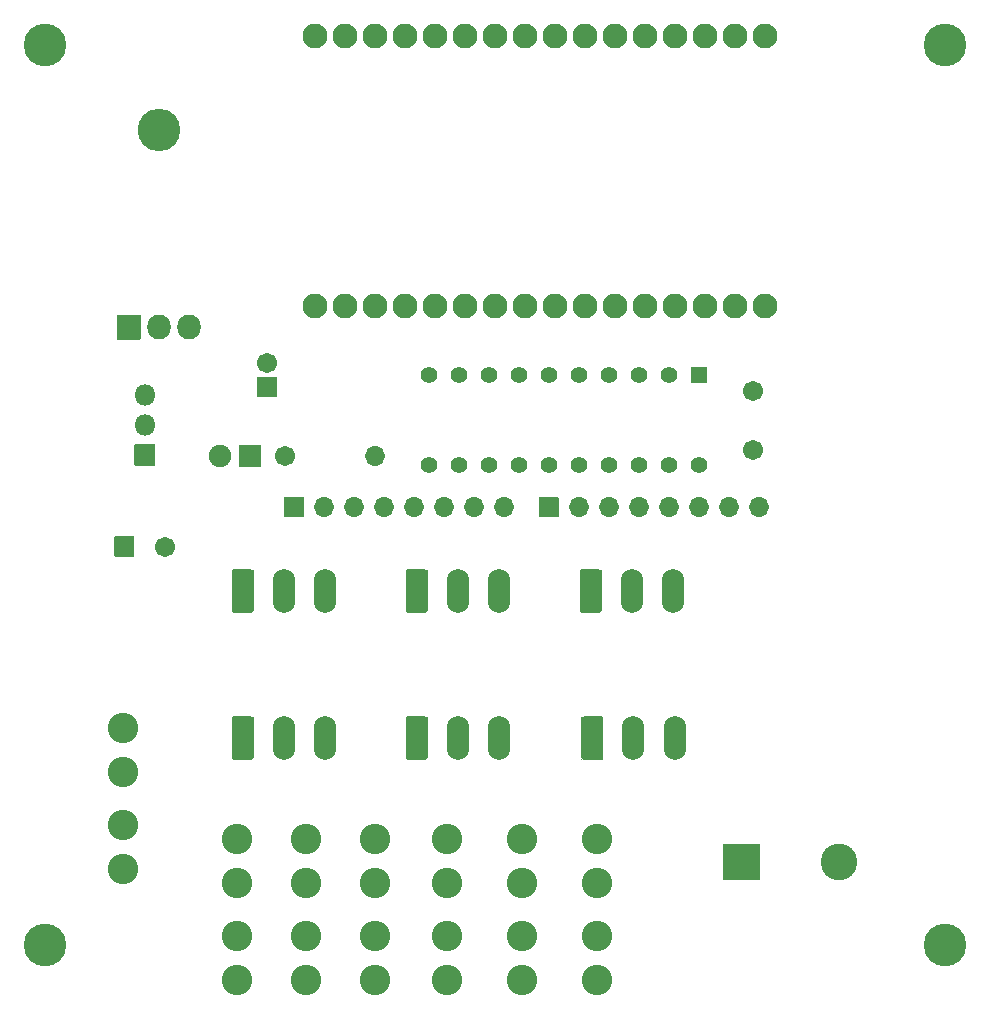
<source format=gbr>
G04 #@! TF.GenerationSoftware,KiCad,Pcbnew,(5.1.10)-1*
G04 #@! TF.CreationDate,2021-09-11T19:39:03-04:00*
G04 #@! TF.ProjectId,LoLin_Pro_Controller,4c6f4c69-6e5f-4507-926f-5f436f6e7472,v1*
G04 #@! TF.SameCoordinates,Original*
G04 #@! TF.FileFunction,Soldermask,Top*
G04 #@! TF.FilePolarity,Negative*
%FSLAX46Y46*%
G04 Gerber Fmt 4.6, Leading zero omitted, Abs format (unit mm)*
G04 Created by KiCad (PCBNEW (5.1.10)-1) date 2021-09-11 19:39:03*
%MOMM*%
%LPD*%
G01*
G04 APERTURE LIST*
%ADD10C,2.102000*%
%ADD11C,1.397400*%
%ADD12C,3.102000*%
%ADD13O,1.802000X1.802000*%
%ADD14O,2.007000X2.102000*%
%ADD15O,3.602000X3.602000*%
%ADD16O,1.902000X3.702000*%
%ADD17O,1.702000X1.702000*%
%ADD18C,1.702000*%
%ADD19C,1.902000*%
%ADD20C,3.602000*%
%ADD21C,2.577000*%
%ADD22C,0.100000*%
G04 APERTURE END LIST*
D10*
X142720000Y-50550000D03*
X145260000Y-50550000D03*
X147800000Y-50550000D03*
X150340000Y-50550000D03*
X152880000Y-50550000D03*
X155420000Y-50550000D03*
X157960000Y-50550000D03*
X160500000Y-50550000D03*
X163040000Y-50550000D03*
X165580000Y-50550000D03*
X168120000Y-50550000D03*
X170660000Y-50550000D03*
X173200000Y-50550000D03*
X175740000Y-50550000D03*
X178280000Y-50550000D03*
X180820000Y-50550000D03*
X142720000Y-73410000D03*
X145260000Y-73410000D03*
X147800000Y-73410000D03*
X150340000Y-73410000D03*
X152880000Y-73410000D03*
X155420000Y-73410000D03*
X157960000Y-73410000D03*
X160500000Y-73410000D03*
X163040000Y-73410000D03*
X165580000Y-73410000D03*
X168120000Y-73410000D03*
X170660000Y-73410000D03*
X173200000Y-73410000D03*
X175740000Y-73410000D03*
X178280000Y-73410000D03*
X180820000Y-73410000D03*
D11*
X175256000Y-86868000D03*
X172716000Y-86868000D03*
X170176000Y-86868000D03*
X167636000Y-86868000D03*
X165096000Y-86868000D03*
X162556000Y-86868000D03*
X160016000Y-86868000D03*
X157476000Y-86868000D03*
X154936000Y-86868000D03*
X152396000Y-86868000D03*
X152396000Y-79248000D03*
X154936000Y-79248000D03*
X157476000Y-79248000D03*
X160016000Y-79248000D03*
X162556000Y-79248000D03*
X165096000Y-79248000D03*
X167636000Y-79248000D03*
X170176000Y-79248000D03*
X172716000Y-79248000D03*
G36*
G01*
X174608299Y-78549300D02*
X175903701Y-78549300D01*
G75*
G02*
X175954700Y-78600299I0J-50999D01*
G01*
X175954700Y-79895701D01*
G75*
G02*
X175903701Y-79946700I-50999J0D01*
G01*
X174608299Y-79946700D01*
G75*
G02*
X174557300Y-79895701I0J50999D01*
G01*
X174557300Y-78600299D01*
G75*
G02*
X174608299Y-78549300I50999J0D01*
G01*
G37*
G36*
G01*
X177301040Y-121963800D02*
X177301040Y-118963800D01*
G75*
G02*
X177352040Y-118912800I51000J0D01*
G01*
X180352040Y-118912800D01*
G75*
G02*
X180403040Y-118963800I0J-51000D01*
G01*
X180403040Y-121963800D01*
G75*
G02*
X180352040Y-122014800I-51000J0D01*
G01*
X177352040Y-122014800D01*
G75*
G02*
X177301040Y-121963800I0J51000D01*
G01*
G37*
D12*
X187101960Y-120463800D03*
D13*
X128350000Y-80920000D03*
X128350000Y-83460000D03*
G36*
G01*
X129251000Y-85150000D02*
X129251000Y-86850000D01*
G75*
G02*
X129200000Y-86901000I-51000J0D01*
G01*
X127500000Y-86901000D01*
G75*
G02*
X127449000Y-86850000I0J51000D01*
G01*
X127449000Y-85150000D01*
G75*
G02*
X127500000Y-85099000I51000J0D01*
G01*
X129200000Y-85099000D01*
G75*
G02*
X129251000Y-85150000I0J-51000D01*
G01*
G37*
D14*
X132076000Y-75184000D03*
X129536000Y-75184000D03*
G36*
G01*
X125992500Y-76184000D02*
X125992500Y-74184000D01*
G75*
G02*
X126043500Y-74133000I51000J0D01*
G01*
X127948500Y-74133000D01*
G75*
G02*
X127999500Y-74184000I0J-51000D01*
G01*
X127999500Y-76184000D01*
G75*
G02*
X127948500Y-76235000I-51000J0D01*
G01*
X126043500Y-76235000D01*
G75*
G02*
X125992500Y-76184000I0J51000D01*
G01*
G37*
D15*
X129536000Y-58524000D03*
D16*
X173112000Y-97536000D03*
X169612000Y-97536000D03*
G36*
G01*
X165161000Y-99122834D02*
X165161000Y-95949166D01*
G75*
G02*
X165425166Y-95685000I264166J0D01*
G01*
X166798834Y-95685000D01*
G75*
G02*
X167063000Y-95949166I0J-264166D01*
G01*
X167063000Y-99122834D01*
G75*
G02*
X166798834Y-99387000I-264166J0D01*
G01*
X165425166Y-99387000D01*
G75*
G02*
X165161000Y-99122834I0J264166D01*
G01*
G37*
X173224000Y-109982000D03*
X169724000Y-109982000D03*
G36*
G01*
X165273000Y-111568834D02*
X165273000Y-108395166D01*
G75*
G02*
X165537166Y-108131000I264166J0D01*
G01*
X166910834Y-108131000D01*
G75*
G02*
X167175000Y-108395166I0J-264166D01*
G01*
X167175000Y-111568834D01*
G75*
G02*
X166910834Y-111833000I-264166J0D01*
G01*
X165537166Y-111833000D01*
G75*
G02*
X165273000Y-111568834I0J264166D01*
G01*
G37*
D17*
X147824000Y-86106000D03*
D18*
X140204000Y-86106000D03*
D19*
X134710000Y-86106000D03*
G36*
G01*
X138201000Y-85206000D02*
X138201000Y-87006000D01*
G75*
G02*
X138150000Y-87057000I-51000J0D01*
G01*
X136350000Y-87057000D01*
G75*
G02*
X136299000Y-87006000I0J51000D01*
G01*
X136299000Y-85206000D01*
G75*
G02*
X136350000Y-85155000I51000J0D01*
G01*
X138150000Y-85155000D01*
G75*
G02*
X138201000Y-85206000I0J-51000D01*
G01*
G37*
D17*
X180330000Y-90424000D03*
X177790000Y-90424000D03*
X175250000Y-90424000D03*
X172710000Y-90424000D03*
X170170000Y-90424000D03*
X167630000Y-90424000D03*
X165090000Y-90424000D03*
G36*
G01*
X161699000Y-91224000D02*
X161699000Y-89624000D01*
G75*
G02*
X161750000Y-89573000I51000J0D01*
G01*
X163350000Y-89573000D01*
G75*
G02*
X163401000Y-89624000I0J-51000D01*
G01*
X163401000Y-91224000D01*
G75*
G02*
X163350000Y-91275000I-51000J0D01*
G01*
X161750000Y-91275000D01*
G75*
G02*
X161699000Y-91224000I0J51000D01*
G01*
G37*
X158746000Y-90424000D03*
X156206000Y-90424000D03*
X153666000Y-90424000D03*
X151126000Y-90424000D03*
X148586000Y-90424000D03*
X146046000Y-90424000D03*
X143506000Y-90424000D03*
G36*
G01*
X140115000Y-91224000D02*
X140115000Y-89624000D01*
G75*
G02*
X140166000Y-89573000I51000J0D01*
G01*
X141766000Y-89573000D01*
G75*
G02*
X141817000Y-89624000I0J-51000D01*
G01*
X141817000Y-91224000D01*
G75*
G02*
X141766000Y-91275000I-51000J0D01*
G01*
X140166000Y-91275000D01*
G75*
G02*
X140115000Y-91224000I0J51000D01*
G01*
G37*
D18*
X179828000Y-80598000D03*
X179828000Y-85598000D03*
D20*
X119888000Y-51308000D03*
X119888000Y-127508000D03*
X196088000Y-51308000D03*
X196088000Y-127508000D03*
D18*
X130100000Y-93750000D03*
G36*
G01*
X125749000Y-94550000D02*
X125749000Y-92950000D01*
G75*
G02*
X125800000Y-92899000I51000J0D01*
G01*
X127400000Y-92899000D01*
G75*
G02*
X127451000Y-92950000I0J-51000D01*
G01*
X127451000Y-94550000D01*
G75*
G02*
X127400000Y-94601000I-51000J0D01*
G01*
X125800000Y-94601000D01*
G75*
G02*
X125749000Y-94550000I0J51000D01*
G01*
G37*
D21*
X126488000Y-109112000D03*
X126488000Y-121012000D03*
X126488000Y-112812000D03*
X126488000Y-117312000D03*
D16*
X143648000Y-109982000D03*
X140148000Y-109982000D03*
G36*
G01*
X135697000Y-111568834D02*
X135697000Y-108395166D01*
G75*
G02*
X135961166Y-108131000I264166J0D01*
G01*
X137334834Y-108131000D01*
G75*
G02*
X137599000Y-108395166I0J-264166D01*
G01*
X137599000Y-111568834D01*
G75*
G02*
X137334834Y-111833000I-264166J0D01*
G01*
X135961166Y-111833000D01*
G75*
G02*
X135697000Y-111568834I0J264166D01*
G01*
G37*
D21*
X136140000Y-118510000D03*
X136140000Y-130410000D03*
X136140000Y-122210000D03*
X136140000Y-126710000D03*
X166620000Y-118510000D03*
X166620000Y-130410000D03*
X166620000Y-122210000D03*
X166620000Y-126710000D03*
X160270000Y-118510000D03*
X160270000Y-130410000D03*
X160270000Y-122210000D03*
X160270000Y-126710000D03*
X153920000Y-118510000D03*
X153920000Y-130410000D03*
X153920000Y-122210000D03*
X153920000Y-126710000D03*
X147824000Y-118510000D03*
X147824000Y-130410000D03*
X147824000Y-122210000D03*
X147824000Y-126710000D03*
X141982000Y-118510000D03*
X141982000Y-130410000D03*
X141982000Y-122210000D03*
X141982000Y-126710000D03*
D16*
X158380000Y-109982000D03*
X154880000Y-109982000D03*
G36*
G01*
X150429000Y-111568834D02*
X150429000Y-108395166D01*
G75*
G02*
X150693166Y-108131000I264166J0D01*
G01*
X152066834Y-108131000D01*
G75*
G02*
X152331000Y-108395166I0J-264166D01*
G01*
X152331000Y-111568834D01*
G75*
G02*
X152066834Y-111833000I-264166J0D01*
G01*
X150693166Y-111833000D01*
G75*
G02*
X150429000Y-111568834I0J264166D01*
G01*
G37*
X158380000Y-97536000D03*
X154880000Y-97536000D03*
G36*
G01*
X150429000Y-99122834D02*
X150429000Y-95949166D01*
G75*
G02*
X150693166Y-95685000I264166J0D01*
G01*
X152066834Y-95685000D01*
G75*
G02*
X152331000Y-95949166I0J-264166D01*
G01*
X152331000Y-99122834D01*
G75*
G02*
X152066834Y-99387000I-264166J0D01*
G01*
X150693166Y-99387000D01*
G75*
G02*
X150429000Y-99122834I0J264166D01*
G01*
G37*
X143648000Y-97536000D03*
X140148000Y-97536000D03*
G36*
G01*
X135697000Y-99122834D02*
X135697000Y-95949166D01*
G75*
G02*
X135961166Y-95685000I264166J0D01*
G01*
X137334834Y-95685000D01*
G75*
G02*
X137599000Y-95949166I0J-264166D01*
G01*
X137599000Y-99122834D01*
G75*
G02*
X137334834Y-99387000I-264166J0D01*
G01*
X135961166Y-99387000D01*
G75*
G02*
X135697000Y-99122834I0J264166D01*
G01*
G37*
D18*
X138680000Y-78232000D03*
G36*
G01*
X139480000Y-81083000D02*
X137880000Y-81083000D01*
G75*
G02*
X137829000Y-81032000I0J51000D01*
G01*
X137829000Y-79432000D01*
G75*
G02*
X137880000Y-79381000I51000J0D01*
G01*
X139480000Y-79381000D01*
G75*
G02*
X139531000Y-79432000I0J-51000D01*
G01*
X139531000Y-81032000D01*
G75*
G02*
X139480000Y-81083000I-51000J0D01*
G01*
G37*
D22*
G36*
X165274990Y-111568638D02*
G01*
X165280046Y-111619975D01*
X165294965Y-111669157D01*
X165319191Y-111714481D01*
X165351793Y-111754207D01*
X165391519Y-111786809D01*
X165436843Y-111811035D01*
X165486025Y-111825954D01*
X165537362Y-111831010D01*
X165538988Y-111832175D01*
X165538792Y-111834165D01*
X165537166Y-111835000D01*
X165453029Y-111835000D01*
X165452833Y-111834990D01*
X165412889Y-111831056D01*
X165412504Y-111830980D01*
X165379995Y-111821119D01*
X165379633Y-111820969D01*
X165349675Y-111804955D01*
X165349349Y-111804737D01*
X165323090Y-111783187D01*
X165322813Y-111782910D01*
X165301263Y-111756651D01*
X165301045Y-111756325D01*
X165285031Y-111726367D01*
X165284881Y-111726005D01*
X165275020Y-111693496D01*
X165274944Y-111693111D01*
X165271010Y-111653167D01*
X165271000Y-111652971D01*
X165271000Y-111568834D01*
X165272000Y-111567102D01*
X165274000Y-111567102D01*
X165274990Y-111568638D01*
G37*
G36*
X150430990Y-111568638D02*
G01*
X150436046Y-111619975D01*
X150450965Y-111669157D01*
X150475191Y-111714481D01*
X150507793Y-111754207D01*
X150547519Y-111786809D01*
X150592843Y-111811035D01*
X150642025Y-111825954D01*
X150693362Y-111831010D01*
X150694988Y-111832175D01*
X150694792Y-111834165D01*
X150693166Y-111835000D01*
X150609029Y-111835000D01*
X150608833Y-111834990D01*
X150568889Y-111831056D01*
X150568504Y-111830980D01*
X150535995Y-111821119D01*
X150535633Y-111820969D01*
X150505675Y-111804955D01*
X150505349Y-111804737D01*
X150479090Y-111783187D01*
X150478813Y-111782910D01*
X150457263Y-111756651D01*
X150457045Y-111756325D01*
X150441031Y-111726367D01*
X150440881Y-111726005D01*
X150431020Y-111693496D01*
X150430944Y-111693111D01*
X150427010Y-111653167D01*
X150427000Y-111652971D01*
X150427000Y-111568834D01*
X150428000Y-111567102D01*
X150430000Y-111567102D01*
X150430990Y-111568638D01*
G37*
G36*
X167176165Y-111567208D02*
G01*
X167177000Y-111568834D01*
X167177000Y-111652971D01*
X167176990Y-111653167D01*
X167173056Y-111693111D01*
X167172980Y-111693496D01*
X167163119Y-111726005D01*
X167162969Y-111726367D01*
X167146955Y-111756325D01*
X167146737Y-111756651D01*
X167125187Y-111782910D01*
X167124910Y-111783187D01*
X167098651Y-111804737D01*
X167098325Y-111804955D01*
X167068367Y-111820969D01*
X167068005Y-111821119D01*
X167035496Y-111830980D01*
X167035111Y-111831056D01*
X166995167Y-111834990D01*
X166994971Y-111835000D01*
X166910834Y-111835000D01*
X166909102Y-111834000D01*
X166909102Y-111832000D01*
X166910638Y-111831010D01*
X166961975Y-111825954D01*
X167011157Y-111811035D01*
X167056481Y-111786809D01*
X167096207Y-111754207D01*
X167128809Y-111714481D01*
X167153035Y-111669157D01*
X167167954Y-111619975D01*
X167173010Y-111568638D01*
X167174175Y-111567012D01*
X167176165Y-111567208D01*
G37*
G36*
X137600165Y-111567208D02*
G01*
X137601000Y-111568834D01*
X137601000Y-111652971D01*
X137600990Y-111653167D01*
X137597056Y-111693111D01*
X137596980Y-111693496D01*
X137587119Y-111726005D01*
X137586969Y-111726367D01*
X137570955Y-111756325D01*
X137570737Y-111756651D01*
X137549187Y-111782910D01*
X137548910Y-111783187D01*
X137522651Y-111804737D01*
X137522325Y-111804955D01*
X137492367Y-111820969D01*
X137492005Y-111821119D01*
X137459496Y-111830980D01*
X137459111Y-111831056D01*
X137419167Y-111834990D01*
X137418971Y-111835000D01*
X137334834Y-111835000D01*
X137333102Y-111834000D01*
X137333102Y-111832000D01*
X137334638Y-111831010D01*
X137385975Y-111825954D01*
X137435157Y-111811035D01*
X137480481Y-111786809D01*
X137520207Y-111754207D01*
X137552809Y-111714481D01*
X137577035Y-111669157D01*
X137591954Y-111619975D01*
X137597010Y-111568638D01*
X137598175Y-111567012D01*
X137600165Y-111567208D01*
G37*
G36*
X152332165Y-111567208D02*
G01*
X152333000Y-111568834D01*
X152333000Y-111652971D01*
X152332990Y-111653167D01*
X152329056Y-111693111D01*
X152328980Y-111693496D01*
X152319119Y-111726005D01*
X152318969Y-111726367D01*
X152302955Y-111756325D01*
X152302737Y-111756651D01*
X152281187Y-111782910D01*
X152280910Y-111783187D01*
X152254651Y-111804737D01*
X152254325Y-111804955D01*
X152224367Y-111820969D01*
X152224005Y-111821119D01*
X152191496Y-111830980D01*
X152191111Y-111831056D01*
X152151167Y-111834990D01*
X152150971Y-111835000D01*
X152066834Y-111835000D01*
X152065102Y-111834000D01*
X152065102Y-111832000D01*
X152066638Y-111831010D01*
X152117975Y-111825954D01*
X152167157Y-111811035D01*
X152212481Y-111786809D01*
X152252207Y-111754207D01*
X152284809Y-111714481D01*
X152309035Y-111669157D01*
X152323954Y-111619975D01*
X152329010Y-111568638D01*
X152330175Y-111567012D01*
X152332165Y-111567208D01*
G37*
G36*
X135698990Y-111568638D02*
G01*
X135704046Y-111619975D01*
X135718965Y-111669157D01*
X135743191Y-111714481D01*
X135775793Y-111754207D01*
X135815519Y-111786809D01*
X135860843Y-111811035D01*
X135910025Y-111825954D01*
X135961362Y-111831010D01*
X135962988Y-111832175D01*
X135962792Y-111834165D01*
X135961166Y-111835000D01*
X135877029Y-111835000D01*
X135876833Y-111834990D01*
X135836889Y-111831056D01*
X135836504Y-111830980D01*
X135803995Y-111821119D01*
X135803633Y-111820969D01*
X135773675Y-111804955D01*
X135773349Y-111804737D01*
X135747090Y-111783187D01*
X135746813Y-111782910D01*
X135725263Y-111756651D01*
X135725045Y-111756325D01*
X135709031Y-111726367D01*
X135708881Y-111726005D01*
X135699020Y-111693496D01*
X135698944Y-111693111D01*
X135695010Y-111653167D01*
X135695000Y-111652971D01*
X135695000Y-111568834D01*
X135696000Y-111567102D01*
X135698000Y-111567102D01*
X135698990Y-111568638D01*
G37*
G36*
X165538898Y-108130000D02*
G01*
X165538898Y-108132000D01*
X165537362Y-108132990D01*
X165486025Y-108138046D01*
X165436843Y-108152965D01*
X165391519Y-108177191D01*
X165351793Y-108209793D01*
X165319191Y-108249519D01*
X165294965Y-108294843D01*
X165280046Y-108344025D01*
X165274990Y-108395362D01*
X165273825Y-108396988D01*
X165271835Y-108396792D01*
X165271000Y-108395166D01*
X165271000Y-108311029D01*
X165271010Y-108310833D01*
X165274944Y-108270889D01*
X165275020Y-108270504D01*
X165284881Y-108237995D01*
X165285031Y-108237633D01*
X165301045Y-108207675D01*
X165301263Y-108207349D01*
X165322813Y-108181090D01*
X165323090Y-108180813D01*
X165349349Y-108159263D01*
X165349675Y-108159045D01*
X165379633Y-108143031D01*
X165379995Y-108142881D01*
X165412504Y-108133020D01*
X165412889Y-108132944D01*
X165452833Y-108129010D01*
X165453029Y-108129000D01*
X165537166Y-108129000D01*
X165538898Y-108130000D01*
G37*
G36*
X150694898Y-108130000D02*
G01*
X150694898Y-108132000D01*
X150693362Y-108132990D01*
X150642025Y-108138046D01*
X150592843Y-108152965D01*
X150547519Y-108177191D01*
X150507793Y-108209793D01*
X150475191Y-108249519D01*
X150450965Y-108294843D01*
X150436046Y-108344025D01*
X150430990Y-108395362D01*
X150429825Y-108396988D01*
X150427835Y-108396792D01*
X150427000Y-108395166D01*
X150427000Y-108311029D01*
X150427010Y-108310833D01*
X150430944Y-108270889D01*
X150431020Y-108270504D01*
X150440881Y-108237995D01*
X150441031Y-108237633D01*
X150457045Y-108207675D01*
X150457263Y-108207349D01*
X150478813Y-108181090D01*
X150479090Y-108180813D01*
X150505349Y-108159263D01*
X150505675Y-108159045D01*
X150535633Y-108143031D01*
X150535995Y-108142881D01*
X150568504Y-108133020D01*
X150568889Y-108132944D01*
X150608833Y-108129010D01*
X150609029Y-108129000D01*
X150693166Y-108129000D01*
X150694898Y-108130000D01*
G37*
G36*
X135962898Y-108130000D02*
G01*
X135962898Y-108132000D01*
X135961362Y-108132990D01*
X135910025Y-108138046D01*
X135860843Y-108152965D01*
X135815519Y-108177191D01*
X135775793Y-108209793D01*
X135743191Y-108249519D01*
X135718965Y-108294843D01*
X135704046Y-108344025D01*
X135698990Y-108395362D01*
X135697825Y-108396988D01*
X135695835Y-108396792D01*
X135695000Y-108395166D01*
X135695000Y-108311029D01*
X135695010Y-108310833D01*
X135698944Y-108270889D01*
X135699020Y-108270504D01*
X135708881Y-108237995D01*
X135709031Y-108237633D01*
X135725045Y-108207675D01*
X135725263Y-108207349D01*
X135746813Y-108181090D01*
X135747090Y-108180813D01*
X135773349Y-108159263D01*
X135773675Y-108159045D01*
X135803633Y-108143031D01*
X135803995Y-108142881D01*
X135836504Y-108133020D01*
X135836889Y-108132944D01*
X135876833Y-108129010D01*
X135877029Y-108129000D01*
X135961166Y-108129000D01*
X135962898Y-108130000D01*
G37*
G36*
X137419167Y-108129010D02*
G01*
X137459111Y-108132944D01*
X137459496Y-108133020D01*
X137492005Y-108142881D01*
X137492367Y-108143031D01*
X137522325Y-108159045D01*
X137522651Y-108159263D01*
X137548910Y-108180813D01*
X137549187Y-108181090D01*
X137570737Y-108207349D01*
X137570955Y-108207675D01*
X137586969Y-108237633D01*
X137587119Y-108237995D01*
X137596980Y-108270504D01*
X137597056Y-108270889D01*
X137600990Y-108310833D01*
X137601000Y-108311029D01*
X137601000Y-108395166D01*
X137600000Y-108396898D01*
X137598000Y-108396898D01*
X137597010Y-108395362D01*
X137591954Y-108344025D01*
X137577035Y-108294843D01*
X137552809Y-108249519D01*
X137520207Y-108209793D01*
X137480481Y-108177191D01*
X137435157Y-108152965D01*
X137385975Y-108138046D01*
X137334638Y-108132990D01*
X137333012Y-108131825D01*
X137333208Y-108129835D01*
X137334834Y-108129000D01*
X137418971Y-108129000D01*
X137419167Y-108129010D01*
G37*
G36*
X166995167Y-108129010D02*
G01*
X167035111Y-108132944D01*
X167035496Y-108133020D01*
X167068005Y-108142881D01*
X167068367Y-108143031D01*
X167098325Y-108159045D01*
X167098651Y-108159263D01*
X167124910Y-108180813D01*
X167125187Y-108181090D01*
X167146737Y-108207349D01*
X167146955Y-108207675D01*
X167162969Y-108237633D01*
X167163119Y-108237995D01*
X167172980Y-108270504D01*
X167173056Y-108270889D01*
X167176990Y-108310833D01*
X167177000Y-108311029D01*
X167177000Y-108395166D01*
X167176000Y-108396898D01*
X167174000Y-108396898D01*
X167173010Y-108395362D01*
X167167954Y-108344025D01*
X167153035Y-108294843D01*
X167128809Y-108249519D01*
X167096207Y-108209793D01*
X167056481Y-108177191D01*
X167011157Y-108152965D01*
X166961975Y-108138046D01*
X166910638Y-108132990D01*
X166909012Y-108131825D01*
X166909208Y-108129835D01*
X166910834Y-108129000D01*
X166994971Y-108129000D01*
X166995167Y-108129010D01*
G37*
G36*
X152151167Y-108129010D02*
G01*
X152191111Y-108132944D01*
X152191496Y-108133020D01*
X152224005Y-108142881D01*
X152224367Y-108143031D01*
X152254325Y-108159045D01*
X152254651Y-108159263D01*
X152280910Y-108180813D01*
X152281187Y-108181090D01*
X152302737Y-108207349D01*
X152302955Y-108207675D01*
X152318969Y-108237633D01*
X152319119Y-108237995D01*
X152328980Y-108270504D01*
X152329056Y-108270889D01*
X152332990Y-108310833D01*
X152333000Y-108311029D01*
X152333000Y-108395166D01*
X152332000Y-108396898D01*
X152330000Y-108396898D01*
X152329010Y-108395362D01*
X152323954Y-108344025D01*
X152309035Y-108294843D01*
X152284809Y-108249519D01*
X152252207Y-108209793D01*
X152212481Y-108177191D01*
X152167157Y-108152965D01*
X152117975Y-108138046D01*
X152066638Y-108132990D01*
X152065012Y-108131825D01*
X152065208Y-108129835D01*
X152066834Y-108129000D01*
X152150971Y-108129000D01*
X152151167Y-108129010D01*
G37*
G36*
X167064165Y-99121208D02*
G01*
X167065000Y-99122834D01*
X167065000Y-99206971D01*
X167064990Y-99207167D01*
X167061056Y-99247111D01*
X167060980Y-99247496D01*
X167051119Y-99280005D01*
X167050969Y-99280367D01*
X167034955Y-99310325D01*
X167034737Y-99310651D01*
X167013187Y-99336910D01*
X167012910Y-99337187D01*
X166986651Y-99358737D01*
X166986325Y-99358955D01*
X166956367Y-99374969D01*
X166956005Y-99375119D01*
X166923496Y-99384980D01*
X166923111Y-99385056D01*
X166883167Y-99388990D01*
X166882971Y-99389000D01*
X166798834Y-99389000D01*
X166797102Y-99388000D01*
X166797102Y-99386000D01*
X166798638Y-99385010D01*
X166849975Y-99379954D01*
X166899157Y-99365035D01*
X166944481Y-99340809D01*
X166984207Y-99308207D01*
X167016809Y-99268481D01*
X167041035Y-99223157D01*
X167055954Y-99173975D01*
X167061010Y-99122638D01*
X167062175Y-99121012D01*
X167064165Y-99121208D01*
G37*
G36*
X165162990Y-99122638D02*
G01*
X165168046Y-99173975D01*
X165182965Y-99223157D01*
X165207191Y-99268481D01*
X165239793Y-99308207D01*
X165279519Y-99340809D01*
X165324843Y-99365035D01*
X165374025Y-99379954D01*
X165425362Y-99385010D01*
X165426988Y-99386175D01*
X165426792Y-99388165D01*
X165425166Y-99389000D01*
X165341029Y-99389000D01*
X165340833Y-99388990D01*
X165300889Y-99385056D01*
X165300504Y-99384980D01*
X165267995Y-99375119D01*
X165267633Y-99374969D01*
X165237675Y-99358955D01*
X165237349Y-99358737D01*
X165211090Y-99337187D01*
X165210813Y-99336910D01*
X165189263Y-99310651D01*
X165189045Y-99310325D01*
X165173031Y-99280367D01*
X165172881Y-99280005D01*
X165163020Y-99247496D01*
X165162944Y-99247111D01*
X165159010Y-99207167D01*
X165159000Y-99206971D01*
X165159000Y-99122834D01*
X165160000Y-99121102D01*
X165162000Y-99121102D01*
X165162990Y-99122638D01*
G37*
G36*
X135698990Y-99122638D02*
G01*
X135704046Y-99173975D01*
X135718965Y-99223157D01*
X135743191Y-99268481D01*
X135775793Y-99308207D01*
X135815519Y-99340809D01*
X135860843Y-99365035D01*
X135910025Y-99379954D01*
X135961362Y-99385010D01*
X135962988Y-99386175D01*
X135962792Y-99388165D01*
X135961166Y-99389000D01*
X135877029Y-99389000D01*
X135876833Y-99388990D01*
X135836889Y-99385056D01*
X135836504Y-99384980D01*
X135803995Y-99375119D01*
X135803633Y-99374969D01*
X135773675Y-99358955D01*
X135773349Y-99358737D01*
X135747090Y-99337187D01*
X135746813Y-99336910D01*
X135725263Y-99310651D01*
X135725045Y-99310325D01*
X135709031Y-99280367D01*
X135708881Y-99280005D01*
X135699020Y-99247496D01*
X135698944Y-99247111D01*
X135695010Y-99207167D01*
X135695000Y-99206971D01*
X135695000Y-99122834D01*
X135696000Y-99121102D01*
X135698000Y-99121102D01*
X135698990Y-99122638D01*
G37*
G36*
X150430990Y-99122638D02*
G01*
X150436046Y-99173975D01*
X150450965Y-99223157D01*
X150475191Y-99268481D01*
X150507793Y-99308207D01*
X150547519Y-99340809D01*
X150592843Y-99365035D01*
X150642025Y-99379954D01*
X150693362Y-99385010D01*
X150694988Y-99386175D01*
X150694792Y-99388165D01*
X150693166Y-99389000D01*
X150609029Y-99389000D01*
X150608833Y-99388990D01*
X150568889Y-99385056D01*
X150568504Y-99384980D01*
X150535995Y-99375119D01*
X150535633Y-99374969D01*
X150505675Y-99358955D01*
X150505349Y-99358737D01*
X150479090Y-99337187D01*
X150478813Y-99336910D01*
X150457263Y-99310651D01*
X150457045Y-99310325D01*
X150441031Y-99280367D01*
X150440881Y-99280005D01*
X150431020Y-99247496D01*
X150430944Y-99247111D01*
X150427010Y-99207167D01*
X150427000Y-99206971D01*
X150427000Y-99122834D01*
X150428000Y-99121102D01*
X150430000Y-99121102D01*
X150430990Y-99122638D01*
G37*
G36*
X152332165Y-99121208D02*
G01*
X152333000Y-99122834D01*
X152333000Y-99206971D01*
X152332990Y-99207167D01*
X152329056Y-99247111D01*
X152328980Y-99247496D01*
X152319119Y-99280005D01*
X152318969Y-99280367D01*
X152302955Y-99310325D01*
X152302737Y-99310651D01*
X152281187Y-99336910D01*
X152280910Y-99337187D01*
X152254651Y-99358737D01*
X152254325Y-99358955D01*
X152224367Y-99374969D01*
X152224005Y-99375119D01*
X152191496Y-99384980D01*
X152191111Y-99385056D01*
X152151167Y-99388990D01*
X152150971Y-99389000D01*
X152066834Y-99389000D01*
X152065102Y-99388000D01*
X152065102Y-99386000D01*
X152066638Y-99385010D01*
X152117975Y-99379954D01*
X152167157Y-99365035D01*
X152212481Y-99340809D01*
X152252207Y-99308207D01*
X152284809Y-99268481D01*
X152309035Y-99223157D01*
X152323954Y-99173975D01*
X152329010Y-99122638D01*
X152330175Y-99121012D01*
X152332165Y-99121208D01*
G37*
G36*
X137600165Y-99121208D02*
G01*
X137601000Y-99122834D01*
X137601000Y-99206971D01*
X137600990Y-99207167D01*
X137597056Y-99247111D01*
X137596980Y-99247496D01*
X137587119Y-99280005D01*
X137586969Y-99280367D01*
X137570955Y-99310325D01*
X137570737Y-99310651D01*
X137549187Y-99336910D01*
X137548910Y-99337187D01*
X137522651Y-99358737D01*
X137522325Y-99358955D01*
X137492367Y-99374969D01*
X137492005Y-99375119D01*
X137459496Y-99384980D01*
X137459111Y-99385056D01*
X137419167Y-99388990D01*
X137418971Y-99389000D01*
X137334834Y-99389000D01*
X137333102Y-99388000D01*
X137333102Y-99386000D01*
X137334638Y-99385010D01*
X137385975Y-99379954D01*
X137435157Y-99365035D01*
X137480481Y-99340809D01*
X137520207Y-99308207D01*
X137552809Y-99268481D01*
X137577035Y-99223157D01*
X137591954Y-99173975D01*
X137597010Y-99122638D01*
X137598175Y-99121012D01*
X137600165Y-99121208D01*
G37*
G36*
X135962898Y-95684000D02*
G01*
X135962898Y-95686000D01*
X135961362Y-95686990D01*
X135910025Y-95692046D01*
X135860843Y-95706965D01*
X135815519Y-95731191D01*
X135775793Y-95763793D01*
X135743191Y-95803519D01*
X135718965Y-95848843D01*
X135704046Y-95898025D01*
X135698990Y-95949362D01*
X135697825Y-95950988D01*
X135695835Y-95950792D01*
X135695000Y-95949166D01*
X135695000Y-95865029D01*
X135695010Y-95864833D01*
X135698944Y-95824889D01*
X135699020Y-95824504D01*
X135708881Y-95791995D01*
X135709031Y-95791633D01*
X135725045Y-95761675D01*
X135725263Y-95761349D01*
X135746813Y-95735090D01*
X135747090Y-95734813D01*
X135773349Y-95713263D01*
X135773675Y-95713045D01*
X135803633Y-95697031D01*
X135803995Y-95696881D01*
X135836504Y-95687020D01*
X135836889Y-95686944D01*
X135876833Y-95683010D01*
X135877029Y-95683000D01*
X135961166Y-95683000D01*
X135962898Y-95684000D01*
G37*
G36*
X150694898Y-95684000D02*
G01*
X150694898Y-95686000D01*
X150693362Y-95686990D01*
X150642025Y-95692046D01*
X150592843Y-95706965D01*
X150547519Y-95731191D01*
X150507793Y-95763793D01*
X150475191Y-95803519D01*
X150450965Y-95848843D01*
X150436046Y-95898025D01*
X150430990Y-95949362D01*
X150429825Y-95950988D01*
X150427835Y-95950792D01*
X150427000Y-95949166D01*
X150427000Y-95865029D01*
X150427010Y-95864833D01*
X150430944Y-95824889D01*
X150431020Y-95824504D01*
X150440881Y-95791995D01*
X150441031Y-95791633D01*
X150457045Y-95761675D01*
X150457263Y-95761349D01*
X150478813Y-95735090D01*
X150479090Y-95734813D01*
X150505349Y-95713263D01*
X150505675Y-95713045D01*
X150535633Y-95697031D01*
X150535995Y-95696881D01*
X150568504Y-95687020D01*
X150568889Y-95686944D01*
X150608833Y-95683010D01*
X150609029Y-95683000D01*
X150693166Y-95683000D01*
X150694898Y-95684000D01*
G37*
G36*
X165426898Y-95684000D02*
G01*
X165426898Y-95686000D01*
X165425362Y-95686990D01*
X165374025Y-95692046D01*
X165324843Y-95706965D01*
X165279519Y-95731191D01*
X165239793Y-95763793D01*
X165207191Y-95803519D01*
X165182965Y-95848843D01*
X165168046Y-95898025D01*
X165162990Y-95949362D01*
X165161825Y-95950988D01*
X165159835Y-95950792D01*
X165159000Y-95949166D01*
X165159000Y-95865029D01*
X165159010Y-95864833D01*
X165162944Y-95824889D01*
X165163020Y-95824504D01*
X165172881Y-95791995D01*
X165173031Y-95791633D01*
X165189045Y-95761675D01*
X165189263Y-95761349D01*
X165210813Y-95735090D01*
X165211090Y-95734813D01*
X165237349Y-95713263D01*
X165237675Y-95713045D01*
X165267633Y-95697031D01*
X165267995Y-95696881D01*
X165300504Y-95687020D01*
X165300889Y-95686944D01*
X165340833Y-95683010D01*
X165341029Y-95683000D01*
X165425166Y-95683000D01*
X165426898Y-95684000D01*
G37*
G36*
X137419167Y-95683010D02*
G01*
X137459111Y-95686944D01*
X137459496Y-95687020D01*
X137492005Y-95696881D01*
X137492367Y-95697031D01*
X137522325Y-95713045D01*
X137522651Y-95713263D01*
X137548910Y-95734813D01*
X137549187Y-95735090D01*
X137570737Y-95761349D01*
X137570955Y-95761675D01*
X137586969Y-95791633D01*
X137587119Y-95791995D01*
X137596980Y-95824504D01*
X137597056Y-95824889D01*
X137600990Y-95864833D01*
X137601000Y-95865029D01*
X137601000Y-95949166D01*
X137600000Y-95950898D01*
X137598000Y-95950898D01*
X137597010Y-95949362D01*
X137591954Y-95898025D01*
X137577035Y-95848843D01*
X137552809Y-95803519D01*
X137520207Y-95763793D01*
X137480481Y-95731191D01*
X137435157Y-95706965D01*
X137385975Y-95692046D01*
X137334638Y-95686990D01*
X137333012Y-95685825D01*
X137333208Y-95683835D01*
X137334834Y-95683000D01*
X137418971Y-95683000D01*
X137419167Y-95683010D01*
G37*
G36*
X152151167Y-95683010D02*
G01*
X152191111Y-95686944D01*
X152191496Y-95687020D01*
X152224005Y-95696881D01*
X152224367Y-95697031D01*
X152254325Y-95713045D01*
X152254651Y-95713263D01*
X152280910Y-95734813D01*
X152281187Y-95735090D01*
X152302737Y-95761349D01*
X152302955Y-95761675D01*
X152318969Y-95791633D01*
X152319119Y-95791995D01*
X152328980Y-95824504D01*
X152329056Y-95824889D01*
X152332990Y-95864833D01*
X152333000Y-95865029D01*
X152333000Y-95949166D01*
X152332000Y-95950898D01*
X152330000Y-95950898D01*
X152329010Y-95949362D01*
X152323954Y-95898025D01*
X152309035Y-95848843D01*
X152284809Y-95803519D01*
X152252207Y-95763793D01*
X152212481Y-95731191D01*
X152167157Y-95706965D01*
X152117975Y-95692046D01*
X152066638Y-95686990D01*
X152065012Y-95685825D01*
X152065208Y-95683835D01*
X152066834Y-95683000D01*
X152150971Y-95683000D01*
X152151167Y-95683010D01*
G37*
G36*
X166883167Y-95683010D02*
G01*
X166923111Y-95686944D01*
X166923496Y-95687020D01*
X166956005Y-95696881D01*
X166956367Y-95697031D01*
X166986325Y-95713045D01*
X166986651Y-95713263D01*
X167012910Y-95734813D01*
X167013187Y-95735090D01*
X167034737Y-95761349D01*
X167034955Y-95761675D01*
X167050969Y-95791633D01*
X167051119Y-95791995D01*
X167060980Y-95824504D01*
X167061056Y-95824889D01*
X167064990Y-95864833D01*
X167065000Y-95865029D01*
X167065000Y-95949166D01*
X167064000Y-95950898D01*
X167062000Y-95950898D01*
X167061010Y-95949362D01*
X167055954Y-95898025D01*
X167041035Y-95848843D01*
X167016809Y-95803519D01*
X166984207Y-95763793D01*
X166944481Y-95731191D01*
X166899157Y-95706965D01*
X166849975Y-95692046D01*
X166798638Y-95686990D01*
X166797012Y-95685825D01*
X166797208Y-95683835D01*
X166798834Y-95683000D01*
X166882971Y-95683000D01*
X166883167Y-95683010D01*
G37*
M02*

</source>
